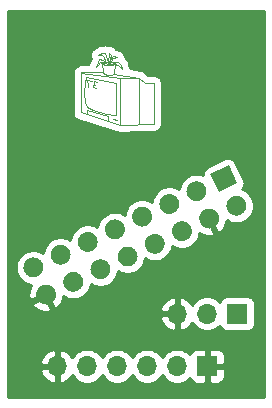
<source format=gbr>
%TF.GenerationSoftware,KiCad,Pcbnew,5.1.9+dfsg1-1*%
%TF.CreationDate,2022-01-13T23:22:55+01:00*%
%TF.ProjectId,8051_leds,38303531-5f6c-4656-9473-2e6b69636164,rev?*%
%TF.SameCoordinates,Original*%
%TF.FileFunction,Copper,L2,Bot*%
%TF.FilePolarity,Positive*%
%FSLAX46Y46*%
G04 Gerber Fmt 4.6, Leading zero omitted, Abs format (unit mm)*
G04 Created by KiCad (PCBNEW 5.1.9+dfsg1-1) date 2022-01-13 23:22:55*
%MOMM*%
%LPD*%
G01*
G04 APERTURE LIST*
%TA.AperFunction,EtchedComponent*%
%ADD10C,0.099622*%
%TD*%
%TA.AperFunction,EtchedComponent*%
%ADD11C,0.090098*%
%TD*%
%TA.AperFunction,EtchedComponent*%
%ADD12C,0.070386*%
%TD*%
%TA.AperFunction,ComponentPad*%
%ADD13C,0.100000*%
%TD*%
%TA.AperFunction,ComponentPad*%
%ADD14R,1.700000X1.700000*%
%TD*%
%TA.AperFunction,ComponentPad*%
%ADD15O,1.700000X1.700000*%
%TD*%
%TA.AperFunction,Conductor*%
%ADD16C,0.254000*%
%TD*%
%TA.AperFunction,Conductor*%
%ADD17C,0.100000*%
%TD*%
G04 APERTURE END LIST*
D10*
%TO.C,svg2mod*%
X126862219Y-95116403D02*
X127141506Y-95178575D01*
X126884239Y-94962308D02*
X126862219Y-95116403D01*
X126987864Y-94915387D02*
X126884239Y-94962308D01*
X126906255Y-94825822D02*
X126987864Y-94915387D01*
X126932670Y-94632103D02*
X126906255Y-94825822D01*
X127205639Y-94693740D02*
X126932670Y-94632103D01*
X126444023Y-94790600D02*
X126429218Y-95097058D01*
X126382388Y-94676129D02*
X126444023Y-94790600D01*
X126373523Y-94522034D02*
X126382388Y-94676129D01*
X126778575Y-94596881D02*
X126373523Y-94522034D01*
X127505024Y-93857223D02*
X127689937Y-93883641D01*
X125867211Y-93874833D02*
X127505024Y-93857223D01*
X130771844Y-94323911D02*
X128588093Y-93998110D01*
X129160448Y-94332717D02*
X130771844Y-94323911D01*
D11*
X128132720Y-93174858D02*
X128389021Y-93174857D01*
X127854145Y-93093246D02*
X128132720Y-93174858D01*
X127475284Y-93024949D02*
X127854145Y-93093246D01*
X127308139Y-93286752D02*
X127475284Y-93024949D01*
X127096422Y-93400579D02*
X127308139Y-93286752D01*
X127285853Y-93036332D02*
X127096422Y-93400579D01*
X127330426Y-92763146D02*
X127285853Y-93036332D01*
X127664716Y-92854209D02*
X127330426Y-92763146D01*
X127943290Y-93081863D02*
X127664716Y-92854209D01*
X127898718Y-92922505D02*
X127943290Y-93081863D01*
X127765003Y-92558258D02*
X127898718Y-92922505D01*
X127609000Y-92364751D02*
X127765003Y-92558258D01*
X127274711Y-92421664D02*
X127609000Y-92364751D01*
X127586715Y-92216776D02*
X127274711Y-92421664D01*
X127843003Y-92194007D02*
X127586715Y-92216776D01*
X128132721Y-93038263D02*
X127843003Y-92194007D01*
X128121583Y-93047714D02*
X128132721Y-93038263D01*
X128199583Y-92205392D02*
X128121583Y-93047714D01*
X128366728Y-92387516D02*
X128199583Y-92205392D01*
X128199583Y-93061031D02*
X128366728Y-92387516D01*
X128311013Y-92842825D02*
X128199583Y-93061031D01*
X128567302Y-92501343D02*
X128311013Y-92842825D01*
X128879305Y-92603787D02*
X128567302Y-92501343D01*
X128533872Y-92672084D02*
X128879305Y-92603787D01*
X128322157Y-93083796D02*
X128533872Y-92672084D01*
X128355592Y-93002183D02*
X128322157Y-93083796D01*
X128957313Y-92956652D02*
X128355592Y-93002183D01*
X129258174Y-93218454D02*
X128957313Y-92956652D01*
X129302746Y-93605467D02*
X129258174Y-93218454D01*
X128957313Y-93229837D02*
X129302746Y-93605467D01*
X128623023Y-93127392D02*
X128957313Y-93229837D01*
X128389021Y-93174857D02*
X128623023Y-93127392D01*
D12*
X127692108Y-93873150D02*
X127584643Y-93082574D01*
X127825681Y-94050676D02*
X127692108Y-93873150D01*
X128144854Y-94115940D02*
X127825681Y-94050676D01*
X128418288Y-94098033D02*
X128144854Y-94115940D01*
X128644993Y-93997690D02*
X128418288Y-94098033D01*
X128752142Y-93092800D02*
X128644993Y-93997690D01*
X127812233Y-93006094D02*
X128010090Y-92997639D01*
X127626756Y-93057217D02*
X127812233Y-93006094D01*
X127577308Y-93102537D02*
X127626756Y-93057217D01*
X127711996Y-93178407D02*
X127577308Y-93102537D01*
X127901638Y-93227926D02*
X127711996Y-93178407D01*
X128341340Y-93233161D02*
X127901638Y-93227926D01*
X128704074Y-93188877D02*
X128341340Y-93233161D01*
X128761756Y-93128803D02*
X128704074Y-93188877D01*
X128625691Y-93048191D02*
X128761756Y-93128803D01*
X128349486Y-93002364D02*
X128625691Y-93048191D01*
X128010090Y-92997639D02*
X128349486Y-93002364D01*
D10*
X130754233Y-94367938D02*
X130745425Y-98251139D01*
X128866291Y-97913406D02*
X128510498Y-97797775D01*
X126366841Y-97032817D02*
X126375796Y-97415296D01*
X128154704Y-97584298D02*
X126366841Y-97032817D01*
X128154704Y-97957880D02*
X128154704Y-97584298D01*
X132002090Y-98210886D02*
X129115769Y-98305993D01*
X132002090Y-94789342D02*
X132002090Y-98210886D01*
X131222179Y-94739025D02*
X132002090Y-94789342D01*
X130739618Y-94323532D02*
X131222179Y-94739025D01*
X128832123Y-94739025D02*
X126240814Y-94298753D01*
X128798073Y-97473400D02*
X128832123Y-94739025D01*
X127985527Y-97413818D02*
X128798073Y-97473400D01*
X126857561Y-97061338D02*
X127985527Y-97413818D01*
X126346021Y-96805698D02*
X126857561Y-97061338D01*
X126190493Y-96424639D02*
X126346021Y-96805698D01*
X126127606Y-95556674D02*
X126190493Y-96424639D01*
X126145208Y-94764183D02*
X126127606Y-95556674D01*
X126240814Y-94298753D02*
X126145208Y-94764183D01*
X129121451Y-98298941D02*
X129171769Y-94349070D01*
X125807910Y-97265549D02*
X129121451Y-98298941D01*
X125825700Y-93908797D02*
X125807910Y-97265549D01*
X129171769Y-94349070D02*
X125825700Y-93908797D01*
%TD*%
%TA.AperFunction,ComponentPad*%
D13*
%TO.P,J1,1*%
%TO.N,/LED1*%
G36*
X136792413Y-102458864D02*
G01*
X138333136Y-101740413D01*
X139051587Y-103281136D01*
X137510864Y-103999587D01*
X136792413Y-102458864D01*
G37*
%TD.AperFunction*%
%TO.P,J1,2*%
%TO.N,/SDA*%
%TA.AperFunction,ComponentPad*%
G36*
G01*
X138636224Y-104401660D02*
X138636224Y-104401660D01*
G75*
G02*
X139765812Y-104812796I359226J-770362D01*
G01*
X139765812Y-104812796D01*
G75*
G02*
X139354676Y-105942384I-770362J-359226D01*
G01*
X139354676Y-105942384D01*
G75*
G02*
X138225088Y-105531248I-359226J770362D01*
G01*
X138225088Y-105531248D01*
G75*
G02*
X138636224Y-104401660I770362J359226D01*
G01*
G37*
%TD.AperFunction*%
%TO.P,J1,3*%
%TO.N,/LED2*%
%TA.AperFunction,ComponentPad*%
G36*
G01*
X135260752Y-103173088D02*
X135260752Y-103173088D01*
G75*
G02*
X136390340Y-103584224I359226J-770362D01*
G01*
X136390340Y-103584224D01*
G75*
G02*
X135979204Y-104713812I-770362J-359226D01*
G01*
X135979204Y-104713812D01*
G75*
G02*
X134849616Y-104302676I-359226J770362D01*
G01*
X134849616Y-104302676D01*
G75*
G02*
X135260752Y-103173088I770362J359226D01*
G01*
G37*
%TD.AperFunction*%
%TO.P,J1,4*%
%TO.N,GND*%
%TA.AperFunction,ComponentPad*%
G36*
G01*
X136334203Y-105475110D02*
X136334203Y-105475110D01*
G75*
G02*
X137463791Y-105886246I359226J-770362D01*
G01*
X137463791Y-105886246D01*
G75*
G02*
X137052655Y-107015834I-770362J-359226D01*
G01*
X137052655Y-107015834D01*
G75*
G02*
X135923067Y-106604698I-359226J770362D01*
G01*
X135923067Y-106604698D01*
G75*
G02*
X136334203Y-105475110I770362J359226D01*
G01*
G37*
%TD.AperFunction*%
%TO.P,J1,5*%
%TO.N,/LED3*%
%TA.AperFunction,ComponentPad*%
G36*
G01*
X132958730Y-104246539D02*
X132958730Y-104246539D01*
G75*
G02*
X134088318Y-104657675I359226J-770362D01*
G01*
X134088318Y-104657675D01*
G75*
G02*
X133677182Y-105787263I-770362J-359226D01*
G01*
X133677182Y-105787263D01*
G75*
G02*
X132547594Y-105376127I-359226J770362D01*
G01*
X132547594Y-105376127D01*
G75*
G02*
X132958730Y-104246539I770362J359226D01*
G01*
G37*
%TD.AperFunction*%
%TO.P,J1,6*%
%TO.N,/SCL*%
%TA.AperFunction,ComponentPad*%
G36*
G01*
X134032181Y-106548561D02*
X134032181Y-106548561D01*
G75*
G02*
X135161769Y-106959697I359226J-770362D01*
G01*
X135161769Y-106959697D01*
G75*
G02*
X134750633Y-108089285I-770362J-359226D01*
G01*
X134750633Y-108089285D01*
G75*
G02*
X133621045Y-107678149I-359226J770362D01*
G01*
X133621045Y-107678149D01*
G75*
G02*
X134032181Y-106548561I770362J359226D01*
G01*
G37*
%TD.AperFunction*%
%TO.P,J1,7*%
%TO.N,/LED4*%
%TA.AperFunction,ComponentPad*%
G36*
G01*
X130656709Y-105319989D02*
X130656709Y-105319989D01*
G75*
G02*
X131786297Y-105731125I359226J-770362D01*
G01*
X131786297Y-105731125D01*
G75*
G02*
X131375161Y-106860713I-770362J-359226D01*
G01*
X131375161Y-106860713D01*
G75*
G02*
X130245573Y-106449577I-359226J770362D01*
G01*
X130245573Y-106449577D01*
G75*
G02*
X130656709Y-105319989I770362J359226D01*
G01*
G37*
%TD.AperFunction*%
%TO.P,J1,8*%
%TO.N,/IOA*%
%TA.AperFunction,ComponentPad*%
G36*
G01*
X131730159Y-107622011D02*
X131730159Y-107622011D01*
G75*
G02*
X132859747Y-108033147I359226J-770362D01*
G01*
X132859747Y-108033147D01*
G75*
G02*
X132448611Y-109162735I-770362J-359226D01*
G01*
X132448611Y-109162735D01*
G75*
G02*
X131319023Y-108751599I-359226J770362D01*
G01*
X131319023Y-108751599D01*
G75*
G02*
X131730159Y-107622011I770362J359226D01*
G01*
G37*
%TD.AperFunction*%
%TO.P,J1,9*%
%TO.N,/LED5*%
%TA.AperFunction,ComponentPad*%
G36*
G01*
X128354687Y-106393440D02*
X128354687Y-106393440D01*
G75*
G02*
X129484275Y-106804576I359226J-770362D01*
G01*
X129484275Y-106804576D01*
G75*
G02*
X129073139Y-107934164I-770362J-359226D01*
G01*
X129073139Y-107934164D01*
G75*
G02*
X127943551Y-107523028I-359226J770362D01*
G01*
X127943551Y-107523028D01*
G75*
G02*
X128354687Y-106393440I770362J359226D01*
G01*
G37*
%TD.AperFunction*%
%TO.P,J1,10*%
%TO.N,/IOB*%
%TA.AperFunction,ComponentPad*%
G36*
G01*
X129428137Y-108695461D02*
X129428137Y-108695461D01*
G75*
G02*
X130557725Y-109106597I359226J-770362D01*
G01*
X130557725Y-109106597D01*
G75*
G02*
X130146589Y-110236185I-770362J-359226D01*
G01*
X130146589Y-110236185D01*
G75*
G02*
X129017001Y-109825049I-359226J770362D01*
G01*
X129017001Y-109825049D01*
G75*
G02*
X129428137Y-108695461I770362J359226D01*
G01*
G37*
%TD.AperFunction*%
%TO.P,J1,11*%
%TO.N,/LED6*%
%TA.AperFunction,ComponentPad*%
G36*
G01*
X126052665Y-107466890D02*
X126052665Y-107466890D01*
G75*
G02*
X127182253Y-107878026I359226J-770362D01*
G01*
X127182253Y-107878026D01*
G75*
G02*
X126771117Y-109007614I-770362J-359226D01*
G01*
X126771117Y-109007614D01*
G75*
G02*
X125641529Y-108596478I-359226J770362D01*
G01*
X125641529Y-108596478D01*
G75*
G02*
X126052665Y-107466890I770362J359226D01*
G01*
G37*
%TD.AperFunction*%
%TO.P,J1,12*%
%TO.N,/IOC*%
%TA.AperFunction,ComponentPad*%
G36*
G01*
X127126115Y-109768912D02*
X127126115Y-109768912D01*
G75*
G02*
X128255703Y-110180048I359226J-770362D01*
G01*
X128255703Y-110180048D01*
G75*
G02*
X127844567Y-111309636I-770362J-359226D01*
G01*
X127844567Y-111309636D01*
G75*
G02*
X126714979Y-110898500I-359226J770362D01*
G01*
X126714979Y-110898500D01*
G75*
G02*
X127126115Y-109768912I770362J359226D01*
G01*
G37*
%TD.AperFunction*%
%TO.P,J1,13*%
%TO.N,/LED7*%
%TA.AperFunction,ComponentPad*%
G36*
G01*
X123750643Y-108540340D02*
X123750643Y-108540340D01*
G75*
G02*
X124880231Y-108951476I359226J-770362D01*
G01*
X124880231Y-108951476D01*
G75*
G02*
X124469095Y-110081064I-770362J-359226D01*
G01*
X124469095Y-110081064D01*
G75*
G02*
X123339507Y-109669928I-359226J770362D01*
G01*
X123339507Y-109669928D01*
G75*
G02*
X123750643Y-108540340I770362J359226D01*
G01*
G37*
%TD.AperFunction*%
%TO.P,J1,14*%
%TO.N,/IOD*%
%TA.AperFunction,ComponentPad*%
G36*
G01*
X124824094Y-110842362D02*
X124824094Y-110842362D01*
G75*
G02*
X125953682Y-111253498I359226J-770362D01*
G01*
X125953682Y-111253498D01*
G75*
G02*
X125542546Y-112383086I-770362J-359226D01*
G01*
X125542546Y-112383086D01*
G75*
G02*
X124412958Y-111971950I-359226J770362D01*
G01*
X124412958Y-111971950D01*
G75*
G02*
X124824094Y-110842362I770362J359226D01*
G01*
G37*
%TD.AperFunction*%
%TO.P,J1,15*%
%TO.N,/LED8*%
%TA.AperFunction,ComponentPad*%
G36*
G01*
X121448622Y-109613791D02*
X121448622Y-109613791D01*
G75*
G02*
X122578210Y-110024927I359226J-770362D01*
G01*
X122578210Y-110024927D01*
G75*
G02*
X122167074Y-111154515I-770362J-359226D01*
G01*
X122167074Y-111154515D01*
G75*
G02*
X121037486Y-110743379I-359226J770362D01*
G01*
X121037486Y-110743379D01*
G75*
G02*
X121448622Y-109613791I770362J359226D01*
G01*
G37*
%TD.AperFunction*%
%TO.P,J1,16*%
%TO.N,GND*%
%TA.AperFunction,ComponentPad*%
G36*
G01*
X122522072Y-111915812D02*
X122522072Y-111915812D01*
G75*
G02*
X123651660Y-112326948I359226J-770362D01*
G01*
X123651660Y-112326948D01*
G75*
G02*
X123240524Y-113456536I-770362J-359226D01*
G01*
X123240524Y-113456536D01*
G75*
G02*
X122110936Y-113045400I-359226J770362D01*
G01*
X122110936Y-113045400D01*
G75*
G02*
X122522072Y-111915812I770362J359226D01*
G01*
G37*
%TD.AperFunction*%
%TD*%
D14*
%TO.P,J2,1*%
%TO.N,/SDA*%
X139065000Y-114300000D03*
D15*
%TO.P,J2,2*%
%TO.N,/SCL*%
X136525000Y-114300000D03*
%TO.P,J2,3*%
%TO.N,GND*%
X133985000Y-114300000D03*
%TD*%
D14*
%TO.P,J3,1*%
%TO.N,GND*%
X136525000Y-118745000D03*
D15*
%TO.P,J3,2*%
%TO.N,/IOA*%
X133985000Y-118745000D03*
%TO.P,J3,3*%
%TO.N,/IOB*%
X131445000Y-118745000D03*
%TO.P,J3,4*%
%TO.N,/IOC*%
X128905000Y-118745000D03*
%TO.P,J3,5*%
%TO.N,/IOD*%
X126365000Y-118745000D03*
%TO.P,J3,6*%
%TO.N,GND*%
X123825000Y-118745000D03*
%TD*%
D16*
%TO.N,GND*%
X141340000Y-121340000D02*
X119660000Y-121340000D01*
X119660000Y-119101891D01*
X122383519Y-119101891D01*
X122480843Y-119376252D01*
X122629822Y-119626355D01*
X122824731Y-119842588D01*
X123058080Y-120016641D01*
X123320901Y-120141825D01*
X123468110Y-120186476D01*
X123698000Y-120065155D01*
X123698000Y-118872000D01*
X122504186Y-118872000D01*
X122383519Y-119101891D01*
X119660000Y-119101891D01*
X119660000Y-118388109D01*
X122383519Y-118388109D01*
X122504186Y-118618000D01*
X123698000Y-118618000D01*
X123698000Y-117424845D01*
X123952000Y-117424845D01*
X123952000Y-118618000D01*
X123972000Y-118618000D01*
X123972000Y-118872000D01*
X123952000Y-118872000D01*
X123952000Y-120065155D01*
X124181890Y-120186476D01*
X124329099Y-120141825D01*
X124591920Y-120016641D01*
X124825269Y-119842588D01*
X125020178Y-119626355D01*
X125089805Y-119509466D01*
X125211525Y-119691632D01*
X125418368Y-119898475D01*
X125661589Y-120060990D01*
X125931842Y-120172932D01*
X126218740Y-120230000D01*
X126511260Y-120230000D01*
X126798158Y-120172932D01*
X127068411Y-120060990D01*
X127311632Y-119898475D01*
X127518475Y-119691632D01*
X127635000Y-119517240D01*
X127751525Y-119691632D01*
X127958368Y-119898475D01*
X128201589Y-120060990D01*
X128471842Y-120172932D01*
X128758740Y-120230000D01*
X129051260Y-120230000D01*
X129338158Y-120172932D01*
X129608411Y-120060990D01*
X129851632Y-119898475D01*
X130058475Y-119691632D01*
X130175000Y-119517240D01*
X130291525Y-119691632D01*
X130498368Y-119898475D01*
X130741589Y-120060990D01*
X131011842Y-120172932D01*
X131298740Y-120230000D01*
X131591260Y-120230000D01*
X131878158Y-120172932D01*
X132148411Y-120060990D01*
X132391632Y-119898475D01*
X132598475Y-119691632D01*
X132715000Y-119517240D01*
X132831525Y-119691632D01*
X133038368Y-119898475D01*
X133281589Y-120060990D01*
X133551842Y-120172932D01*
X133838740Y-120230000D01*
X134131260Y-120230000D01*
X134418158Y-120172932D01*
X134688411Y-120060990D01*
X134931632Y-119898475D01*
X135063487Y-119766620D01*
X135085498Y-119839180D01*
X135144463Y-119949494D01*
X135223815Y-120046185D01*
X135320506Y-120125537D01*
X135430820Y-120184502D01*
X135550518Y-120220812D01*
X135675000Y-120233072D01*
X136239250Y-120230000D01*
X136398000Y-120071250D01*
X136398000Y-118872000D01*
X136652000Y-118872000D01*
X136652000Y-120071250D01*
X136810750Y-120230000D01*
X137375000Y-120233072D01*
X137499482Y-120220812D01*
X137619180Y-120184502D01*
X137729494Y-120125537D01*
X137826185Y-120046185D01*
X137905537Y-119949494D01*
X137964502Y-119839180D01*
X138000812Y-119719482D01*
X138013072Y-119595000D01*
X138010000Y-119030750D01*
X137851250Y-118872000D01*
X136652000Y-118872000D01*
X136398000Y-118872000D01*
X136378000Y-118872000D01*
X136378000Y-118618000D01*
X136398000Y-118618000D01*
X136398000Y-117418750D01*
X136652000Y-117418750D01*
X136652000Y-118618000D01*
X137851250Y-118618000D01*
X138010000Y-118459250D01*
X138013072Y-117895000D01*
X138000812Y-117770518D01*
X137964502Y-117650820D01*
X137905537Y-117540506D01*
X137826185Y-117443815D01*
X137729494Y-117364463D01*
X137619180Y-117305498D01*
X137499482Y-117269188D01*
X137375000Y-117256928D01*
X136810750Y-117260000D01*
X136652000Y-117418750D01*
X136398000Y-117418750D01*
X136239250Y-117260000D01*
X135675000Y-117256928D01*
X135550518Y-117269188D01*
X135430820Y-117305498D01*
X135320506Y-117364463D01*
X135223815Y-117443815D01*
X135144463Y-117540506D01*
X135085498Y-117650820D01*
X135063487Y-117723380D01*
X134931632Y-117591525D01*
X134688411Y-117429010D01*
X134418158Y-117317068D01*
X134131260Y-117260000D01*
X133838740Y-117260000D01*
X133551842Y-117317068D01*
X133281589Y-117429010D01*
X133038368Y-117591525D01*
X132831525Y-117798368D01*
X132715000Y-117972760D01*
X132598475Y-117798368D01*
X132391632Y-117591525D01*
X132148411Y-117429010D01*
X131878158Y-117317068D01*
X131591260Y-117260000D01*
X131298740Y-117260000D01*
X131011842Y-117317068D01*
X130741589Y-117429010D01*
X130498368Y-117591525D01*
X130291525Y-117798368D01*
X130175000Y-117972760D01*
X130058475Y-117798368D01*
X129851632Y-117591525D01*
X129608411Y-117429010D01*
X129338158Y-117317068D01*
X129051260Y-117260000D01*
X128758740Y-117260000D01*
X128471842Y-117317068D01*
X128201589Y-117429010D01*
X127958368Y-117591525D01*
X127751525Y-117798368D01*
X127635000Y-117972760D01*
X127518475Y-117798368D01*
X127311632Y-117591525D01*
X127068411Y-117429010D01*
X126798158Y-117317068D01*
X126511260Y-117260000D01*
X126218740Y-117260000D01*
X125931842Y-117317068D01*
X125661589Y-117429010D01*
X125418368Y-117591525D01*
X125211525Y-117798368D01*
X125089805Y-117980534D01*
X125020178Y-117863645D01*
X124825269Y-117647412D01*
X124591920Y-117473359D01*
X124329099Y-117348175D01*
X124181890Y-117303524D01*
X123952000Y-117424845D01*
X123698000Y-117424845D01*
X123468110Y-117303524D01*
X123320901Y-117348175D01*
X123058080Y-117473359D01*
X122824731Y-117647412D01*
X122629822Y-117863645D01*
X122480843Y-118113748D01*
X122383519Y-118388109D01*
X119660000Y-118388109D01*
X119660000Y-114656891D01*
X132543519Y-114656891D01*
X132640843Y-114931252D01*
X132789822Y-115181355D01*
X132984731Y-115397588D01*
X133218080Y-115571641D01*
X133480901Y-115696825D01*
X133628110Y-115741476D01*
X133858000Y-115620155D01*
X133858000Y-114427000D01*
X132664186Y-114427000D01*
X132543519Y-114656891D01*
X119660000Y-114656891D01*
X119660000Y-113618823D01*
X121725701Y-113618823D01*
X121929857Y-113826348D01*
X122170576Y-113990057D01*
X122438607Y-114103658D01*
X122723651Y-114162787D01*
X123014753Y-114165169D01*
X123167040Y-114143423D01*
X123318964Y-113943109D01*
X132543519Y-113943109D01*
X132664186Y-114173000D01*
X133858000Y-114173000D01*
X133858000Y-112979845D01*
X134112000Y-112979845D01*
X134112000Y-114173000D01*
X134132000Y-114173000D01*
X134132000Y-114427000D01*
X134112000Y-114427000D01*
X134112000Y-115620155D01*
X134341890Y-115741476D01*
X134489099Y-115696825D01*
X134751920Y-115571641D01*
X134985269Y-115397588D01*
X135180178Y-115181355D01*
X135249805Y-115064466D01*
X135371525Y-115246632D01*
X135578368Y-115453475D01*
X135821589Y-115615990D01*
X136091842Y-115727932D01*
X136378740Y-115785000D01*
X136671260Y-115785000D01*
X136958158Y-115727932D01*
X137228411Y-115615990D01*
X137471632Y-115453475D01*
X137603487Y-115321620D01*
X137625498Y-115394180D01*
X137684463Y-115504494D01*
X137763815Y-115601185D01*
X137860506Y-115680537D01*
X137970820Y-115739502D01*
X138090518Y-115775812D01*
X138215000Y-115788072D01*
X139915000Y-115788072D01*
X140039482Y-115775812D01*
X140159180Y-115739502D01*
X140269494Y-115680537D01*
X140366185Y-115601185D01*
X140445537Y-115504494D01*
X140504502Y-115394180D01*
X140540812Y-115274482D01*
X140553072Y-115150000D01*
X140553072Y-113450000D01*
X140540812Y-113325518D01*
X140504502Y-113205820D01*
X140445537Y-113095506D01*
X140366185Y-112998815D01*
X140269494Y-112919463D01*
X140159180Y-112860498D01*
X140039482Y-112824188D01*
X139915000Y-112811928D01*
X138215000Y-112811928D01*
X138090518Y-112824188D01*
X137970820Y-112860498D01*
X137860506Y-112919463D01*
X137763815Y-112998815D01*
X137684463Y-113095506D01*
X137625498Y-113205820D01*
X137603487Y-113278380D01*
X137471632Y-113146525D01*
X137228411Y-112984010D01*
X136958158Y-112872068D01*
X136671260Y-112815000D01*
X136378740Y-112815000D01*
X136091842Y-112872068D01*
X135821589Y-112984010D01*
X135578368Y-113146525D01*
X135371525Y-113353368D01*
X135249805Y-113535534D01*
X135180178Y-113418645D01*
X134985269Y-113202412D01*
X134751920Y-113028359D01*
X134489099Y-112903175D01*
X134341890Y-112858524D01*
X134112000Y-112979845D01*
X133858000Y-112979845D01*
X133628110Y-112858524D01*
X133480901Y-112903175D01*
X133218080Y-113028359D01*
X132984731Y-113202412D01*
X132789822Y-113418645D01*
X132640843Y-113668748D01*
X132543519Y-113943109D01*
X123318964Y-113943109D01*
X123324119Y-113936313D01*
X122819869Y-112854948D01*
X121737907Y-113359475D01*
X121725701Y-113618823D01*
X119660000Y-113618823D01*
X119660000Y-110237893D01*
X120322848Y-110237893D01*
X120322848Y-110530413D01*
X120379916Y-110817311D01*
X120491858Y-111087564D01*
X120654373Y-111330785D01*
X120861216Y-111537628D01*
X121104437Y-111700143D01*
X121374690Y-111812085D01*
X121644526Y-111865759D01*
X121510886Y-112114153D01*
X121425622Y-112392499D01*
X121396299Y-112682131D01*
X121424044Y-112971917D01*
X121630561Y-113129273D01*
X122712524Y-112624745D01*
X122704072Y-112606619D01*
X122934275Y-112499274D01*
X122942727Y-112517400D01*
X122960853Y-112508948D01*
X123068198Y-112739151D01*
X123050072Y-112747603D01*
X123554321Y-113828968D01*
X123813944Y-113841767D01*
X123928491Y-113739086D01*
X124113782Y-113514558D01*
X124251710Y-113258195D01*
X124336974Y-112979849D01*
X124350880Y-112842499D01*
X124479909Y-112928714D01*
X124750162Y-113040656D01*
X125037060Y-113097724D01*
X125329580Y-113097724D01*
X125616478Y-113040656D01*
X125886731Y-112928714D01*
X126129952Y-112766199D01*
X126336795Y-112559356D01*
X126499310Y-112316135D01*
X126611252Y-112045882D01*
X126664744Y-111776963D01*
X126781930Y-111855264D01*
X127052183Y-111967206D01*
X127339081Y-112024274D01*
X127631601Y-112024274D01*
X127918499Y-111967206D01*
X128188752Y-111855264D01*
X128431973Y-111692749D01*
X128638816Y-111485906D01*
X128801331Y-111242685D01*
X128913273Y-110972432D01*
X128966765Y-110703511D01*
X129083952Y-110781813D01*
X129354205Y-110893755D01*
X129641103Y-110950823D01*
X129933623Y-110950823D01*
X130220521Y-110893755D01*
X130490774Y-110781813D01*
X130733995Y-110619298D01*
X130940838Y-110412455D01*
X131103353Y-110169234D01*
X131215295Y-109898981D01*
X131268787Y-109630061D01*
X131385974Y-109708363D01*
X131656227Y-109820305D01*
X131943125Y-109877373D01*
X132235645Y-109877373D01*
X132522543Y-109820305D01*
X132792796Y-109708363D01*
X133036017Y-109545848D01*
X133242860Y-109339005D01*
X133405375Y-109095784D01*
X133517317Y-108825531D01*
X133570809Y-108556611D01*
X133687996Y-108634913D01*
X133958249Y-108746855D01*
X134245147Y-108803923D01*
X134537667Y-108803923D01*
X134824565Y-108746855D01*
X135094818Y-108634913D01*
X135338039Y-108472398D01*
X135544882Y-108265555D01*
X135707397Y-108022334D01*
X135819339Y-107752081D01*
X135874326Y-107475647D01*
X135982707Y-107549355D01*
X136250738Y-107662956D01*
X136535782Y-107722085D01*
X136826884Y-107724467D01*
X136979171Y-107702721D01*
X137136250Y-107495611D01*
X136632000Y-106414246D01*
X136613874Y-106422698D01*
X136506529Y-106192495D01*
X136524655Y-106184043D01*
X136516203Y-106165917D01*
X136746406Y-106058572D01*
X136754858Y-106076698D01*
X136772984Y-106068246D01*
X136880329Y-106298449D01*
X136862203Y-106306901D01*
X137366452Y-107388266D01*
X137626075Y-107401065D01*
X137740622Y-107298384D01*
X137925913Y-107073856D01*
X138063841Y-106817493D01*
X138149105Y-106539147D01*
X138163011Y-106401798D01*
X138292039Y-106488012D01*
X138562292Y-106599954D01*
X138849190Y-106657022D01*
X139141710Y-106657022D01*
X139428608Y-106599954D01*
X139698861Y-106488012D01*
X139942082Y-106325497D01*
X140148925Y-106118654D01*
X140311440Y-105875433D01*
X140423382Y-105605180D01*
X140480450Y-105318282D01*
X140480450Y-105025762D01*
X140423382Y-104738864D01*
X140311440Y-104468611D01*
X140148925Y-104225390D01*
X139942082Y-104018547D01*
X139698861Y-103856032D01*
X139468179Y-103760481D01*
X139522023Y-103712211D01*
X139597082Y-103612151D01*
X139651179Y-103499369D01*
X139682233Y-103378202D01*
X139689052Y-103253304D01*
X139671373Y-103129475D01*
X139629877Y-103011475D01*
X138911426Y-101470752D01*
X138847706Y-101363115D01*
X138764211Y-101269977D01*
X138664151Y-101194918D01*
X138551369Y-101140821D01*
X138430202Y-101109767D01*
X138305304Y-101102948D01*
X138181475Y-101120627D01*
X138063475Y-101162123D01*
X136522752Y-101880574D01*
X136415115Y-101944294D01*
X136321977Y-102027789D01*
X136246918Y-102127849D01*
X136192821Y-102240631D01*
X136161767Y-102361798D01*
X136154948Y-102486696D01*
X136165721Y-102562152D01*
X136053136Y-102515518D01*
X135766238Y-102458450D01*
X135473718Y-102458450D01*
X135186820Y-102515518D01*
X134916567Y-102627460D01*
X134673346Y-102789975D01*
X134466503Y-102996818D01*
X134303988Y-103240039D01*
X134192046Y-103510292D01*
X134138554Y-103779213D01*
X134021367Y-103700911D01*
X133751114Y-103588969D01*
X133464216Y-103531901D01*
X133171696Y-103531901D01*
X132884798Y-103588969D01*
X132614545Y-103700911D01*
X132371324Y-103863426D01*
X132164481Y-104070269D01*
X132001966Y-104313490D01*
X131890024Y-104583743D01*
X131836532Y-104852662D01*
X131719346Y-104774361D01*
X131449093Y-104662419D01*
X131162195Y-104605351D01*
X130869675Y-104605351D01*
X130582777Y-104662419D01*
X130312524Y-104774361D01*
X130069303Y-104936876D01*
X129862460Y-105143719D01*
X129699945Y-105386940D01*
X129588003Y-105657193D01*
X129534511Y-105926114D01*
X129417324Y-105847812D01*
X129147071Y-105735870D01*
X128860173Y-105678802D01*
X128567653Y-105678802D01*
X128280755Y-105735870D01*
X128010502Y-105847812D01*
X127767281Y-106010327D01*
X127560438Y-106217170D01*
X127397923Y-106460391D01*
X127285981Y-106730644D01*
X127232489Y-106999564D01*
X127115302Y-106921262D01*
X126845049Y-106809320D01*
X126558151Y-106752252D01*
X126265631Y-106752252D01*
X125978733Y-106809320D01*
X125708480Y-106921262D01*
X125465259Y-107083777D01*
X125258416Y-107290620D01*
X125095901Y-107533841D01*
X124983959Y-107804094D01*
X124930467Y-108073014D01*
X124813280Y-107994712D01*
X124543027Y-107882770D01*
X124256129Y-107825702D01*
X123963609Y-107825702D01*
X123676711Y-107882770D01*
X123406458Y-107994712D01*
X123163237Y-108157227D01*
X122956394Y-108364070D01*
X122793879Y-108607291D01*
X122681937Y-108877544D01*
X122628445Y-109146464D01*
X122511259Y-109068163D01*
X122241006Y-108956221D01*
X121954108Y-108899153D01*
X121661588Y-108899153D01*
X121374690Y-108956221D01*
X121104437Y-109068163D01*
X120861216Y-109230678D01*
X120654373Y-109437521D01*
X120491858Y-109680742D01*
X120379916Y-109950995D01*
X120322848Y-110237893D01*
X119660000Y-110237893D01*
X119660000Y-97327663D01*
X125122595Y-97327663D01*
X125129093Y-97361714D01*
X125132307Y-97396216D01*
X125141705Y-97427799D01*
X125147882Y-97460167D01*
X125160893Y-97492285D01*
X125170780Y-97525510D01*
X125186161Y-97554657D01*
X125198532Y-97585193D01*
X125217561Y-97614157D01*
X125233738Y-97644812D01*
X125254508Y-97670396D01*
X125272601Y-97697935D01*
X125296918Y-97722634D01*
X125318762Y-97749540D01*
X125344118Y-97770575D01*
X125367241Y-97794061D01*
X125395916Y-97813546D01*
X125422583Y-97835668D01*
X125451555Y-97851352D01*
X125478816Y-97869876D01*
X125510731Y-97883388D01*
X125541211Y-97899888D01*
X125604913Y-97919581D01*
X128812166Y-98919825D01*
X128873515Y-98950064D01*
X129003823Y-98984950D01*
X129104703Y-98991540D01*
X130730905Y-98937955D01*
X130743865Y-98939261D01*
X130771265Y-98936625D01*
X131979707Y-98896805D01*
X132002090Y-98899010D01*
X132046979Y-98894589D01*
X132058263Y-98894217D01*
X132080418Y-98891295D01*
X132136336Y-98885788D01*
X132147221Y-98882486D01*
X132158490Y-98881000D01*
X132211652Y-98862942D01*
X132265424Y-98846630D01*
X132275456Y-98841268D01*
X132286218Y-98837612D01*
X132334842Y-98809525D01*
X132384391Y-98783040D01*
X132393183Y-98775825D01*
X132403026Y-98770139D01*
X132445240Y-98733103D01*
X132488667Y-98697463D01*
X132495881Y-98688673D01*
X132504428Y-98681174D01*
X132538608Y-98636610D01*
X132574244Y-98593187D01*
X132579606Y-98583156D01*
X132586524Y-98574136D01*
X132611354Y-98523761D01*
X132637834Y-98474220D01*
X132641134Y-98463341D01*
X132646162Y-98453140D01*
X132660689Y-98398876D01*
X132676992Y-98345132D01*
X132678107Y-98333816D01*
X132681047Y-98322832D01*
X132684709Y-98266782D01*
X132686901Y-98244524D01*
X132686901Y-98233226D01*
X132689841Y-98188224D01*
X132686901Y-98165929D01*
X132686901Y-94845130D01*
X132688785Y-94833645D01*
X132686901Y-94777834D01*
X132686901Y-94755704D01*
X132685764Y-94744164D01*
X132684234Y-94698827D01*
X132679170Y-94677208D01*
X132676992Y-94655096D01*
X132663814Y-94611654D01*
X132653468Y-94567486D01*
X132644285Y-94547273D01*
X132637834Y-94526008D01*
X132616430Y-94485965D01*
X132597669Y-94444671D01*
X132584719Y-94426638D01*
X132574244Y-94407041D01*
X132545449Y-94371955D01*
X132518984Y-94335102D01*
X132502758Y-94319935D01*
X132488666Y-94302765D01*
X132453586Y-94273976D01*
X132420434Y-94242989D01*
X132401561Y-94231280D01*
X132384390Y-94217188D01*
X132344362Y-94195792D01*
X132305807Y-94171872D01*
X132285018Y-94164072D01*
X132265423Y-94153598D01*
X132221982Y-94140420D01*
X132179508Y-94124484D01*
X132157595Y-94120889D01*
X132136335Y-94114440D01*
X132091165Y-94109991D01*
X132079747Y-94108118D01*
X132057715Y-94106697D01*
X132002090Y-94101218D01*
X131990496Y-94102360D01*
X131495177Y-94070404D01*
X131341726Y-93938281D01*
X131332473Y-93927130D01*
X131324893Y-93914460D01*
X131289464Y-93875304D01*
X131255754Y-93834683D01*
X131244295Y-93825383D01*
X131234387Y-93814433D01*
X131191997Y-93782939D01*
X131151012Y-93749677D01*
X131137957Y-93742790D01*
X131126105Y-93733985D01*
X131078396Y-93711371D01*
X131031699Y-93686738D01*
X131017548Y-93682530D01*
X131004209Y-93676207D01*
X130953007Y-93663336D01*
X130902399Y-93648286D01*
X130854135Y-93643799D01*
X129978672Y-93513185D01*
X129977946Y-93500313D01*
X129972952Y-93480971D01*
X129939350Y-93189212D01*
X129939872Y-93171131D01*
X129931702Y-93122810D01*
X129929935Y-93107463D01*
X129926135Y-93089880D01*
X129917541Y-93039047D01*
X129912012Y-93024526D01*
X129908729Y-93009336D01*
X129888219Y-92962042D01*
X129869872Y-92913860D01*
X129861613Y-92900692D01*
X129855431Y-92886437D01*
X129826087Y-92844051D01*
X129798694Y-92800376D01*
X129788027Y-92789075D01*
X129779182Y-92776298D01*
X129742137Y-92740454D01*
X129729785Y-92727368D01*
X129718126Y-92717223D01*
X129682911Y-92683150D01*
X129667708Y-92673350D01*
X129560235Y-92579830D01*
X129560104Y-92578488D01*
X129560700Y-92552279D01*
X129553630Y-92511970D01*
X129549667Y-92471247D01*
X129542087Y-92446156D01*
X129537559Y-92420337D01*
X129522762Y-92382185D01*
X129510929Y-92343013D01*
X129498599Y-92319881D01*
X129489121Y-92295443D01*
X129467164Y-92260908D01*
X129447917Y-92224799D01*
X129431315Y-92204521D01*
X129417249Y-92182398D01*
X129388976Y-92152810D01*
X129363055Y-92121151D01*
X129342810Y-92104497D01*
X129324703Y-92085548D01*
X129291212Y-92062052D01*
X129259602Y-92036049D01*
X129236492Y-92023662D01*
X129215041Y-92008613D01*
X129177610Y-91992102D01*
X129141535Y-91972766D01*
X129084501Y-91955394D01*
X128810659Y-91865479D01*
X128734622Y-91782629D01*
X128725272Y-91768810D01*
X128689411Y-91733365D01*
X128678026Y-91720960D01*
X128665678Y-91709908D01*
X128629998Y-91674642D01*
X128615845Y-91665305D01*
X128603221Y-91654005D01*
X128560060Y-91628499D01*
X128518184Y-91600871D01*
X128502483Y-91594475D01*
X128487895Y-91585854D01*
X128440575Y-91569254D01*
X128394125Y-91550331D01*
X128377484Y-91547122D01*
X128361490Y-91541511D01*
X128311839Y-91534462D01*
X128262591Y-91524964D01*
X128245639Y-91525063D01*
X128228862Y-91522681D01*
X128178797Y-91525453D01*
X128128635Y-91525746D01*
X128112028Y-91529150D01*
X128095110Y-91530087D01*
X128048021Y-91542194D01*
X128047612Y-91542020D01*
X128032317Y-91538825D01*
X128017670Y-91533368D01*
X127966851Y-91525151D01*
X127916483Y-91514631D01*
X127900858Y-91514481D01*
X127885430Y-91511987D01*
X127834001Y-91513841D01*
X127816096Y-91513670D01*
X127800618Y-91515045D01*
X127751560Y-91516814D01*
X127734044Y-91520960D01*
X127592709Y-91533516D01*
X127592173Y-91533459D01*
X127526415Y-91539406D01*
X127493263Y-91542351D01*
X127492728Y-91542452D01*
X127458760Y-91545524D01*
X127427076Y-91554860D01*
X127394617Y-91560994D01*
X127362979Y-91573746D01*
X127330264Y-91583385D01*
X127301014Y-91598720D01*
X127270371Y-91611071D01*
X127241823Y-91629753D01*
X127241351Y-91630001D01*
X127214122Y-91647882D01*
X127158282Y-91684425D01*
X127157893Y-91684806D01*
X126934977Y-91831192D01*
X126910959Y-91843186D01*
X126879114Y-91867876D01*
X126873504Y-91871560D01*
X126852749Y-91888317D01*
X126805093Y-91925266D01*
X126800656Y-91930376D01*
X126795393Y-91934626D01*
X126756805Y-91980888D01*
X126717274Y-92026422D01*
X126713918Y-92032303D01*
X126709587Y-92037495D01*
X126680761Y-92090403D01*
X126650877Y-92142767D01*
X126648735Y-92149184D01*
X126645497Y-92155126D01*
X126627542Y-92212659D01*
X126608454Y-92269830D01*
X126607604Y-92276545D01*
X126605589Y-92283002D01*
X126599202Y-92342935D01*
X126591635Y-92402728D01*
X126592111Y-92409475D01*
X126591394Y-92416205D01*
X126596824Y-92476248D01*
X126601066Y-92536352D01*
X126602850Y-92542877D01*
X126603459Y-92549617D01*
X126620494Y-92607435D01*
X126636384Y-92665571D01*
X126639407Y-92671624D01*
X126641319Y-92678114D01*
X126651731Y-92697974D01*
X126648742Y-92715622D01*
X126648801Y-92717695D01*
X126632230Y-92819256D01*
X126509896Y-93054485D01*
X126492990Y-93079920D01*
X126479070Y-93113759D01*
X126477674Y-93116443D01*
X126466362Y-93144650D01*
X126450293Y-93183714D01*
X125826213Y-93190424D01*
X125725717Y-93201414D01*
X125597058Y-93241957D01*
X125478781Y-93306823D01*
X125426749Y-93350469D01*
X125406758Y-93362902D01*
X125375233Y-93392433D01*
X125341709Y-93419649D01*
X125326126Y-93438433D01*
X125308309Y-93455123D01*
X125283150Y-93490238D01*
X125255581Y-93523470D01*
X125243963Y-93544932D01*
X125229743Y-93564778D01*
X125211922Y-93604118D01*
X125191361Y-93642098D01*
X125184150Y-93665423D01*
X125174079Y-93687655D01*
X125164276Y-93729711D01*
X125151519Y-93770977D01*
X125148998Y-93795258D01*
X125143457Y-93819028D01*
X125142047Y-93862189D01*
X125141077Y-93871531D01*
X125140948Y-93895831D01*
X125139053Y-93953851D01*
X125140591Y-93963165D01*
X125123114Y-97261105D01*
X125122595Y-97327663D01*
X119660000Y-97327663D01*
X119660000Y-88660000D01*
X141340001Y-88660000D01*
X141340000Y-121340000D01*
%TA.AperFunction,Conductor*%
D17*
G36*
X141340000Y-121340000D02*
G01*
X119660000Y-121340000D01*
X119660000Y-119101891D01*
X122383519Y-119101891D01*
X122480843Y-119376252D01*
X122629822Y-119626355D01*
X122824731Y-119842588D01*
X123058080Y-120016641D01*
X123320901Y-120141825D01*
X123468110Y-120186476D01*
X123698000Y-120065155D01*
X123698000Y-118872000D01*
X122504186Y-118872000D01*
X122383519Y-119101891D01*
X119660000Y-119101891D01*
X119660000Y-118388109D01*
X122383519Y-118388109D01*
X122504186Y-118618000D01*
X123698000Y-118618000D01*
X123698000Y-117424845D01*
X123952000Y-117424845D01*
X123952000Y-118618000D01*
X123972000Y-118618000D01*
X123972000Y-118872000D01*
X123952000Y-118872000D01*
X123952000Y-120065155D01*
X124181890Y-120186476D01*
X124329099Y-120141825D01*
X124591920Y-120016641D01*
X124825269Y-119842588D01*
X125020178Y-119626355D01*
X125089805Y-119509466D01*
X125211525Y-119691632D01*
X125418368Y-119898475D01*
X125661589Y-120060990D01*
X125931842Y-120172932D01*
X126218740Y-120230000D01*
X126511260Y-120230000D01*
X126798158Y-120172932D01*
X127068411Y-120060990D01*
X127311632Y-119898475D01*
X127518475Y-119691632D01*
X127635000Y-119517240D01*
X127751525Y-119691632D01*
X127958368Y-119898475D01*
X128201589Y-120060990D01*
X128471842Y-120172932D01*
X128758740Y-120230000D01*
X129051260Y-120230000D01*
X129338158Y-120172932D01*
X129608411Y-120060990D01*
X129851632Y-119898475D01*
X130058475Y-119691632D01*
X130175000Y-119517240D01*
X130291525Y-119691632D01*
X130498368Y-119898475D01*
X130741589Y-120060990D01*
X131011842Y-120172932D01*
X131298740Y-120230000D01*
X131591260Y-120230000D01*
X131878158Y-120172932D01*
X132148411Y-120060990D01*
X132391632Y-119898475D01*
X132598475Y-119691632D01*
X132715000Y-119517240D01*
X132831525Y-119691632D01*
X133038368Y-119898475D01*
X133281589Y-120060990D01*
X133551842Y-120172932D01*
X133838740Y-120230000D01*
X134131260Y-120230000D01*
X134418158Y-120172932D01*
X134688411Y-120060990D01*
X134931632Y-119898475D01*
X135063487Y-119766620D01*
X135085498Y-119839180D01*
X135144463Y-119949494D01*
X135223815Y-120046185D01*
X135320506Y-120125537D01*
X135430820Y-120184502D01*
X135550518Y-120220812D01*
X135675000Y-120233072D01*
X136239250Y-120230000D01*
X136398000Y-120071250D01*
X136398000Y-118872000D01*
X136652000Y-118872000D01*
X136652000Y-120071250D01*
X136810750Y-120230000D01*
X137375000Y-120233072D01*
X137499482Y-120220812D01*
X137619180Y-120184502D01*
X137729494Y-120125537D01*
X137826185Y-120046185D01*
X137905537Y-119949494D01*
X137964502Y-119839180D01*
X138000812Y-119719482D01*
X138013072Y-119595000D01*
X138010000Y-119030750D01*
X137851250Y-118872000D01*
X136652000Y-118872000D01*
X136398000Y-118872000D01*
X136378000Y-118872000D01*
X136378000Y-118618000D01*
X136398000Y-118618000D01*
X136398000Y-117418750D01*
X136652000Y-117418750D01*
X136652000Y-118618000D01*
X137851250Y-118618000D01*
X138010000Y-118459250D01*
X138013072Y-117895000D01*
X138000812Y-117770518D01*
X137964502Y-117650820D01*
X137905537Y-117540506D01*
X137826185Y-117443815D01*
X137729494Y-117364463D01*
X137619180Y-117305498D01*
X137499482Y-117269188D01*
X137375000Y-117256928D01*
X136810750Y-117260000D01*
X136652000Y-117418750D01*
X136398000Y-117418750D01*
X136239250Y-117260000D01*
X135675000Y-117256928D01*
X135550518Y-117269188D01*
X135430820Y-117305498D01*
X135320506Y-117364463D01*
X135223815Y-117443815D01*
X135144463Y-117540506D01*
X135085498Y-117650820D01*
X135063487Y-117723380D01*
X134931632Y-117591525D01*
X134688411Y-117429010D01*
X134418158Y-117317068D01*
X134131260Y-117260000D01*
X133838740Y-117260000D01*
X133551842Y-117317068D01*
X133281589Y-117429010D01*
X133038368Y-117591525D01*
X132831525Y-117798368D01*
X132715000Y-117972760D01*
X132598475Y-117798368D01*
X132391632Y-117591525D01*
X132148411Y-117429010D01*
X131878158Y-117317068D01*
X131591260Y-117260000D01*
X131298740Y-117260000D01*
X131011842Y-117317068D01*
X130741589Y-117429010D01*
X130498368Y-117591525D01*
X130291525Y-117798368D01*
X130175000Y-117972760D01*
X130058475Y-117798368D01*
X129851632Y-117591525D01*
X129608411Y-117429010D01*
X129338158Y-117317068D01*
X129051260Y-117260000D01*
X128758740Y-117260000D01*
X128471842Y-117317068D01*
X128201589Y-117429010D01*
X127958368Y-117591525D01*
X127751525Y-117798368D01*
X127635000Y-117972760D01*
X127518475Y-117798368D01*
X127311632Y-117591525D01*
X127068411Y-117429010D01*
X126798158Y-117317068D01*
X126511260Y-117260000D01*
X126218740Y-117260000D01*
X125931842Y-117317068D01*
X125661589Y-117429010D01*
X125418368Y-117591525D01*
X125211525Y-117798368D01*
X125089805Y-117980534D01*
X125020178Y-117863645D01*
X124825269Y-117647412D01*
X124591920Y-117473359D01*
X124329099Y-117348175D01*
X124181890Y-117303524D01*
X123952000Y-117424845D01*
X123698000Y-117424845D01*
X123468110Y-117303524D01*
X123320901Y-117348175D01*
X123058080Y-117473359D01*
X122824731Y-117647412D01*
X122629822Y-117863645D01*
X122480843Y-118113748D01*
X122383519Y-118388109D01*
X119660000Y-118388109D01*
X119660000Y-114656891D01*
X132543519Y-114656891D01*
X132640843Y-114931252D01*
X132789822Y-115181355D01*
X132984731Y-115397588D01*
X133218080Y-115571641D01*
X133480901Y-115696825D01*
X133628110Y-115741476D01*
X133858000Y-115620155D01*
X133858000Y-114427000D01*
X132664186Y-114427000D01*
X132543519Y-114656891D01*
X119660000Y-114656891D01*
X119660000Y-113618823D01*
X121725701Y-113618823D01*
X121929857Y-113826348D01*
X122170576Y-113990057D01*
X122438607Y-114103658D01*
X122723651Y-114162787D01*
X123014753Y-114165169D01*
X123167040Y-114143423D01*
X123318964Y-113943109D01*
X132543519Y-113943109D01*
X132664186Y-114173000D01*
X133858000Y-114173000D01*
X133858000Y-112979845D01*
X134112000Y-112979845D01*
X134112000Y-114173000D01*
X134132000Y-114173000D01*
X134132000Y-114427000D01*
X134112000Y-114427000D01*
X134112000Y-115620155D01*
X134341890Y-115741476D01*
X134489099Y-115696825D01*
X134751920Y-115571641D01*
X134985269Y-115397588D01*
X135180178Y-115181355D01*
X135249805Y-115064466D01*
X135371525Y-115246632D01*
X135578368Y-115453475D01*
X135821589Y-115615990D01*
X136091842Y-115727932D01*
X136378740Y-115785000D01*
X136671260Y-115785000D01*
X136958158Y-115727932D01*
X137228411Y-115615990D01*
X137471632Y-115453475D01*
X137603487Y-115321620D01*
X137625498Y-115394180D01*
X137684463Y-115504494D01*
X137763815Y-115601185D01*
X137860506Y-115680537D01*
X137970820Y-115739502D01*
X138090518Y-115775812D01*
X138215000Y-115788072D01*
X139915000Y-115788072D01*
X140039482Y-115775812D01*
X140159180Y-115739502D01*
X140269494Y-115680537D01*
X140366185Y-115601185D01*
X140445537Y-115504494D01*
X140504502Y-115394180D01*
X140540812Y-115274482D01*
X140553072Y-115150000D01*
X140553072Y-113450000D01*
X140540812Y-113325518D01*
X140504502Y-113205820D01*
X140445537Y-113095506D01*
X140366185Y-112998815D01*
X140269494Y-112919463D01*
X140159180Y-112860498D01*
X140039482Y-112824188D01*
X139915000Y-112811928D01*
X138215000Y-112811928D01*
X138090518Y-112824188D01*
X137970820Y-112860498D01*
X137860506Y-112919463D01*
X137763815Y-112998815D01*
X137684463Y-113095506D01*
X137625498Y-113205820D01*
X137603487Y-113278380D01*
X137471632Y-113146525D01*
X137228411Y-112984010D01*
X136958158Y-112872068D01*
X136671260Y-112815000D01*
X136378740Y-112815000D01*
X136091842Y-112872068D01*
X135821589Y-112984010D01*
X135578368Y-113146525D01*
X135371525Y-113353368D01*
X135249805Y-113535534D01*
X135180178Y-113418645D01*
X134985269Y-113202412D01*
X134751920Y-113028359D01*
X134489099Y-112903175D01*
X134341890Y-112858524D01*
X134112000Y-112979845D01*
X133858000Y-112979845D01*
X133628110Y-112858524D01*
X133480901Y-112903175D01*
X133218080Y-113028359D01*
X132984731Y-113202412D01*
X132789822Y-113418645D01*
X132640843Y-113668748D01*
X132543519Y-113943109D01*
X123318964Y-113943109D01*
X123324119Y-113936313D01*
X122819869Y-112854948D01*
X121737907Y-113359475D01*
X121725701Y-113618823D01*
X119660000Y-113618823D01*
X119660000Y-110237893D01*
X120322848Y-110237893D01*
X120322848Y-110530413D01*
X120379916Y-110817311D01*
X120491858Y-111087564D01*
X120654373Y-111330785D01*
X120861216Y-111537628D01*
X121104437Y-111700143D01*
X121374690Y-111812085D01*
X121644526Y-111865759D01*
X121510886Y-112114153D01*
X121425622Y-112392499D01*
X121396299Y-112682131D01*
X121424044Y-112971917D01*
X121630561Y-113129273D01*
X122712524Y-112624745D01*
X122704072Y-112606619D01*
X122934275Y-112499274D01*
X122942727Y-112517400D01*
X122960853Y-112508948D01*
X123068198Y-112739151D01*
X123050072Y-112747603D01*
X123554321Y-113828968D01*
X123813944Y-113841767D01*
X123928491Y-113739086D01*
X124113782Y-113514558D01*
X124251710Y-113258195D01*
X124336974Y-112979849D01*
X124350880Y-112842499D01*
X124479909Y-112928714D01*
X124750162Y-113040656D01*
X125037060Y-113097724D01*
X125329580Y-113097724D01*
X125616478Y-113040656D01*
X125886731Y-112928714D01*
X126129952Y-112766199D01*
X126336795Y-112559356D01*
X126499310Y-112316135D01*
X126611252Y-112045882D01*
X126664744Y-111776963D01*
X126781930Y-111855264D01*
X127052183Y-111967206D01*
X127339081Y-112024274D01*
X127631601Y-112024274D01*
X127918499Y-111967206D01*
X128188752Y-111855264D01*
X128431973Y-111692749D01*
X128638816Y-111485906D01*
X128801331Y-111242685D01*
X128913273Y-110972432D01*
X128966765Y-110703511D01*
X129083952Y-110781813D01*
X129354205Y-110893755D01*
X129641103Y-110950823D01*
X129933623Y-110950823D01*
X130220521Y-110893755D01*
X130490774Y-110781813D01*
X130733995Y-110619298D01*
X130940838Y-110412455D01*
X131103353Y-110169234D01*
X131215295Y-109898981D01*
X131268787Y-109630061D01*
X131385974Y-109708363D01*
X131656227Y-109820305D01*
X131943125Y-109877373D01*
X132235645Y-109877373D01*
X132522543Y-109820305D01*
X132792796Y-109708363D01*
X133036017Y-109545848D01*
X133242860Y-109339005D01*
X133405375Y-109095784D01*
X133517317Y-108825531D01*
X133570809Y-108556611D01*
X133687996Y-108634913D01*
X133958249Y-108746855D01*
X134245147Y-108803923D01*
X134537667Y-108803923D01*
X134824565Y-108746855D01*
X135094818Y-108634913D01*
X135338039Y-108472398D01*
X135544882Y-108265555D01*
X135707397Y-108022334D01*
X135819339Y-107752081D01*
X135874326Y-107475647D01*
X135982707Y-107549355D01*
X136250738Y-107662956D01*
X136535782Y-107722085D01*
X136826884Y-107724467D01*
X136979171Y-107702721D01*
X137136250Y-107495611D01*
X136632000Y-106414246D01*
X136613874Y-106422698D01*
X136506529Y-106192495D01*
X136524655Y-106184043D01*
X136516203Y-106165917D01*
X136746406Y-106058572D01*
X136754858Y-106076698D01*
X136772984Y-106068246D01*
X136880329Y-106298449D01*
X136862203Y-106306901D01*
X137366452Y-107388266D01*
X137626075Y-107401065D01*
X137740622Y-107298384D01*
X137925913Y-107073856D01*
X138063841Y-106817493D01*
X138149105Y-106539147D01*
X138163011Y-106401798D01*
X138292039Y-106488012D01*
X138562292Y-106599954D01*
X138849190Y-106657022D01*
X139141710Y-106657022D01*
X139428608Y-106599954D01*
X139698861Y-106488012D01*
X139942082Y-106325497D01*
X140148925Y-106118654D01*
X140311440Y-105875433D01*
X140423382Y-105605180D01*
X140480450Y-105318282D01*
X140480450Y-105025762D01*
X140423382Y-104738864D01*
X140311440Y-104468611D01*
X140148925Y-104225390D01*
X139942082Y-104018547D01*
X139698861Y-103856032D01*
X139468179Y-103760481D01*
X139522023Y-103712211D01*
X139597082Y-103612151D01*
X139651179Y-103499369D01*
X139682233Y-103378202D01*
X139689052Y-103253304D01*
X139671373Y-103129475D01*
X139629877Y-103011475D01*
X138911426Y-101470752D01*
X138847706Y-101363115D01*
X138764211Y-101269977D01*
X138664151Y-101194918D01*
X138551369Y-101140821D01*
X138430202Y-101109767D01*
X138305304Y-101102948D01*
X138181475Y-101120627D01*
X138063475Y-101162123D01*
X136522752Y-101880574D01*
X136415115Y-101944294D01*
X136321977Y-102027789D01*
X136246918Y-102127849D01*
X136192821Y-102240631D01*
X136161767Y-102361798D01*
X136154948Y-102486696D01*
X136165721Y-102562152D01*
X136053136Y-102515518D01*
X135766238Y-102458450D01*
X135473718Y-102458450D01*
X135186820Y-102515518D01*
X134916567Y-102627460D01*
X134673346Y-102789975D01*
X134466503Y-102996818D01*
X134303988Y-103240039D01*
X134192046Y-103510292D01*
X134138554Y-103779213D01*
X134021367Y-103700911D01*
X133751114Y-103588969D01*
X133464216Y-103531901D01*
X133171696Y-103531901D01*
X132884798Y-103588969D01*
X132614545Y-103700911D01*
X132371324Y-103863426D01*
X132164481Y-104070269D01*
X132001966Y-104313490D01*
X131890024Y-104583743D01*
X131836532Y-104852662D01*
X131719346Y-104774361D01*
X131449093Y-104662419D01*
X131162195Y-104605351D01*
X130869675Y-104605351D01*
X130582777Y-104662419D01*
X130312524Y-104774361D01*
X130069303Y-104936876D01*
X129862460Y-105143719D01*
X129699945Y-105386940D01*
X129588003Y-105657193D01*
X129534511Y-105926114D01*
X129417324Y-105847812D01*
X129147071Y-105735870D01*
X128860173Y-105678802D01*
X128567653Y-105678802D01*
X128280755Y-105735870D01*
X128010502Y-105847812D01*
X127767281Y-106010327D01*
X127560438Y-106217170D01*
X127397923Y-106460391D01*
X127285981Y-106730644D01*
X127232489Y-106999564D01*
X127115302Y-106921262D01*
X126845049Y-106809320D01*
X126558151Y-106752252D01*
X126265631Y-106752252D01*
X125978733Y-106809320D01*
X125708480Y-106921262D01*
X125465259Y-107083777D01*
X125258416Y-107290620D01*
X125095901Y-107533841D01*
X124983959Y-107804094D01*
X124930467Y-108073014D01*
X124813280Y-107994712D01*
X124543027Y-107882770D01*
X124256129Y-107825702D01*
X123963609Y-107825702D01*
X123676711Y-107882770D01*
X123406458Y-107994712D01*
X123163237Y-108157227D01*
X122956394Y-108364070D01*
X122793879Y-108607291D01*
X122681937Y-108877544D01*
X122628445Y-109146464D01*
X122511259Y-109068163D01*
X122241006Y-108956221D01*
X121954108Y-108899153D01*
X121661588Y-108899153D01*
X121374690Y-108956221D01*
X121104437Y-109068163D01*
X120861216Y-109230678D01*
X120654373Y-109437521D01*
X120491858Y-109680742D01*
X120379916Y-109950995D01*
X120322848Y-110237893D01*
X119660000Y-110237893D01*
X119660000Y-97327663D01*
X125122595Y-97327663D01*
X125129093Y-97361714D01*
X125132307Y-97396216D01*
X125141705Y-97427799D01*
X125147882Y-97460167D01*
X125160893Y-97492285D01*
X125170780Y-97525510D01*
X125186161Y-97554657D01*
X125198532Y-97585193D01*
X125217561Y-97614157D01*
X125233738Y-97644812D01*
X125254508Y-97670396D01*
X125272601Y-97697935D01*
X125296918Y-97722634D01*
X125318762Y-97749540D01*
X125344118Y-97770575D01*
X125367241Y-97794061D01*
X125395916Y-97813546D01*
X125422583Y-97835668D01*
X125451555Y-97851352D01*
X125478816Y-97869876D01*
X125510731Y-97883388D01*
X125541211Y-97899888D01*
X125604913Y-97919581D01*
X128812166Y-98919825D01*
X128873515Y-98950064D01*
X129003823Y-98984950D01*
X129104703Y-98991540D01*
X130730905Y-98937955D01*
X130743865Y-98939261D01*
X130771265Y-98936625D01*
X131979707Y-98896805D01*
X132002090Y-98899010D01*
X132046979Y-98894589D01*
X132058263Y-98894217D01*
X132080418Y-98891295D01*
X132136336Y-98885788D01*
X132147221Y-98882486D01*
X132158490Y-98881000D01*
X132211652Y-98862942D01*
X132265424Y-98846630D01*
X132275456Y-98841268D01*
X132286218Y-98837612D01*
X132334842Y-98809525D01*
X132384391Y-98783040D01*
X132393183Y-98775825D01*
X132403026Y-98770139D01*
X132445240Y-98733103D01*
X132488667Y-98697463D01*
X132495881Y-98688673D01*
X132504428Y-98681174D01*
X132538608Y-98636610D01*
X132574244Y-98593187D01*
X132579606Y-98583156D01*
X132586524Y-98574136D01*
X132611354Y-98523761D01*
X132637834Y-98474220D01*
X132641134Y-98463341D01*
X132646162Y-98453140D01*
X132660689Y-98398876D01*
X132676992Y-98345132D01*
X132678107Y-98333816D01*
X132681047Y-98322832D01*
X132684709Y-98266782D01*
X132686901Y-98244524D01*
X132686901Y-98233226D01*
X132689841Y-98188224D01*
X132686901Y-98165929D01*
X132686901Y-94845130D01*
X132688785Y-94833645D01*
X132686901Y-94777834D01*
X132686901Y-94755704D01*
X132685764Y-94744164D01*
X132684234Y-94698827D01*
X132679170Y-94677208D01*
X132676992Y-94655096D01*
X132663814Y-94611654D01*
X132653468Y-94567486D01*
X132644285Y-94547273D01*
X132637834Y-94526008D01*
X132616430Y-94485965D01*
X132597669Y-94444671D01*
X132584719Y-94426638D01*
X132574244Y-94407041D01*
X132545449Y-94371955D01*
X132518984Y-94335102D01*
X132502758Y-94319935D01*
X132488666Y-94302765D01*
X132453586Y-94273976D01*
X132420434Y-94242989D01*
X132401561Y-94231280D01*
X132384390Y-94217188D01*
X132344362Y-94195792D01*
X132305807Y-94171872D01*
X132285018Y-94164072D01*
X132265423Y-94153598D01*
X132221982Y-94140420D01*
X132179508Y-94124484D01*
X132157595Y-94120889D01*
X132136335Y-94114440D01*
X132091165Y-94109991D01*
X132079747Y-94108118D01*
X132057715Y-94106697D01*
X132002090Y-94101218D01*
X131990496Y-94102360D01*
X131495177Y-94070404D01*
X131341726Y-93938281D01*
X131332473Y-93927130D01*
X131324893Y-93914460D01*
X131289464Y-93875304D01*
X131255754Y-93834683D01*
X131244295Y-93825383D01*
X131234387Y-93814433D01*
X131191997Y-93782939D01*
X131151012Y-93749677D01*
X131137957Y-93742790D01*
X131126105Y-93733985D01*
X131078396Y-93711371D01*
X131031699Y-93686738D01*
X131017548Y-93682530D01*
X131004209Y-93676207D01*
X130953007Y-93663336D01*
X130902399Y-93648286D01*
X130854135Y-93643799D01*
X129978672Y-93513185D01*
X129977946Y-93500313D01*
X129972952Y-93480971D01*
X129939350Y-93189212D01*
X129939872Y-93171131D01*
X129931702Y-93122810D01*
X129929935Y-93107463D01*
X129926135Y-93089880D01*
X129917541Y-93039047D01*
X129912012Y-93024526D01*
X129908729Y-93009336D01*
X129888219Y-92962042D01*
X129869872Y-92913860D01*
X129861613Y-92900692D01*
X129855431Y-92886437D01*
X129826087Y-92844051D01*
X129798694Y-92800376D01*
X129788027Y-92789075D01*
X129779182Y-92776298D01*
X129742137Y-92740454D01*
X129729785Y-92727368D01*
X129718126Y-92717223D01*
X129682911Y-92683150D01*
X129667708Y-92673350D01*
X129560235Y-92579830D01*
X129560104Y-92578488D01*
X129560700Y-92552279D01*
X129553630Y-92511970D01*
X129549667Y-92471247D01*
X129542087Y-92446156D01*
X129537559Y-92420337D01*
X129522762Y-92382185D01*
X129510929Y-92343013D01*
X129498599Y-92319881D01*
X129489121Y-92295443D01*
X129467164Y-92260908D01*
X129447917Y-92224799D01*
X129431315Y-92204521D01*
X129417249Y-92182398D01*
X129388976Y-92152810D01*
X129363055Y-92121151D01*
X129342810Y-92104497D01*
X129324703Y-92085548D01*
X129291212Y-92062052D01*
X129259602Y-92036049D01*
X129236492Y-92023662D01*
X129215041Y-92008613D01*
X129177610Y-91992102D01*
X129141535Y-91972766D01*
X129084501Y-91955394D01*
X128810659Y-91865479D01*
X128734622Y-91782629D01*
X128725272Y-91768810D01*
X128689411Y-91733365D01*
X128678026Y-91720960D01*
X128665678Y-91709908D01*
X128629998Y-91674642D01*
X128615845Y-91665305D01*
X128603221Y-91654005D01*
X128560060Y-91628499D01*
X128518184Y-91600871D01*
X128502483Y-91594475D01*
X128487895Y-91585854D01*
X128440575Y-91569254D01*
X128394125Y-91550331D01*
X128377484Y-91547122D01*
X128361490Y-91541511D01*
X128311839Y-91534462D01*
X128262591Y-91524964D01*
X128245639Y-91525063D01*
X128228862Y-91522681D01*
X128178797Y-91525453D01*
X128128635Y-91525746D01*
X128112028Y-91529150D01*
X128095110Y-91530087D01*
X128048021Y-91542194D01*
X128047612Y-91542020D01*
X128032317Y-91538825D01*
X128017670Y-91533368D01*
X127966851Y-91525151D01*
X127916483Y-91514631D01*
X127900858Y-91514481D01*
X127885430Y-91511987D01*
X127834001Y-91513841D01*
X127816096Y-91513670D01*
X127800618Y-91515045D01*
X127751560Y-91516814D01*
X127734044Y-91520960D01*
X127592709Y-91533516D01*
X127592173Y-91533459D01*
X127526415Y-91539406D01*
X127493263Y-91542351D01*
X127492728Y-91542452D01*
X127458760Y-91545524D01*
X127427076Y-91554860D01*
X127394617Y-91560994D01*
X127362979Y-91573746D01*
X127330264Y-91583385D01*
X127301014Y-91598720D01*
X127270371Y-91611071D01*
X127241823Y-91629753D01*
X127241351Y-91630001D01*
X127214122Y-91647882D01*
X127158282Y-91684425D01*
X127157893Y-91684806D01*
X126934977Y-91831192D01*
X126910959Y-91843186D01*
X126879114Y-91867876D01*
X126873504Y-91871560D01*
X126852749Y-91888317D01*
X126805093Y-91925266D01*
X126800656Y-91930376D01*
X126795393Y-91934626D01*
X126756805Y-91980888D01*
X126717274Y-92026422D01*
X126713918Y-92032303D01*
X126709587Y-92037495D01*
X126680761Y-92090403D01*
X126650877Y-92142767D01*
X126648735Y-92149184D01*
X126645497Y-92155126D01*
X126627542Y-92212659D01*
X126608454Y-92269830D01*
X126607604Y-92276545D01*
X126605589Y-92283002D01*
X126599202Y-92342935D01*
X126591635Y-92402728D01*
X126592111Y-92409475D01*
X126591394Y-92416205D01*
X126596824Y-92476248D01*
X126601066Y-92536352D01*
X126602850Y-92542877D01*
X126603459Y-92549617D01*
X126620494Y-92607435D01*
X126636384Y-92665571D01*
X126639407Y-92671624D01*
X126641319Y-92678114D01*
X126651731Y-92697974D01*
X126648742Y-92715622D01*
X126648801Y-92717695D01*
X126632230Y-92819256D01*
X126509896Y-93054485D01*
X126492990Y-93079920D01*
X126479070Y-93113759D01*
X126477674Y-93116443D01*
X126466362Y-93144650D01*
X126450293Y-93183714D01*
X125826213Y-93190424D01*
X125725717Y-93201414D01*
X125597058Y-93241957D01*
X125478781Y-93306823D01*
X125426749Y-93350469D01*
X125406758Y-93362902D01*
X125375233Y-93392433D01*
X125341709Y-93419649D01*
X125326126Y-93438433D01*
X125308309Y-93455123D01*
X125283150Y-93490238D01*
X125255581Y-93523470D01*
X125243963Y-93544932D01*
X125229743Y-93564778D01*
X125211922Y-93604118D01*
X125191361Y-93642098D01*
X125184150Y-93665423D01*
X125174079Y-93687655D01*
X125164276Y-93729711D01*
X125151519Y-93770977D01*
X125148998Y-93795258D01*
X125143457Y-93819028D01*
X125142047Y-93862189D01*
X125141077Y-93871531D01*
X125140948Y-93895831D01*
X125139053Y-93953851D01*
X125140591Y-93963165D01*
X125123114Y-97261105D01*
X125122595Y-97327663D01*
X119660000Y-97327663D01*
X119660000Y-88660000D01*
X141340001Y-88660000D01*
X141340000Y-121340000D01*
G37*
%TD.AperFunction*%
%TD*%
M02*

</source>
